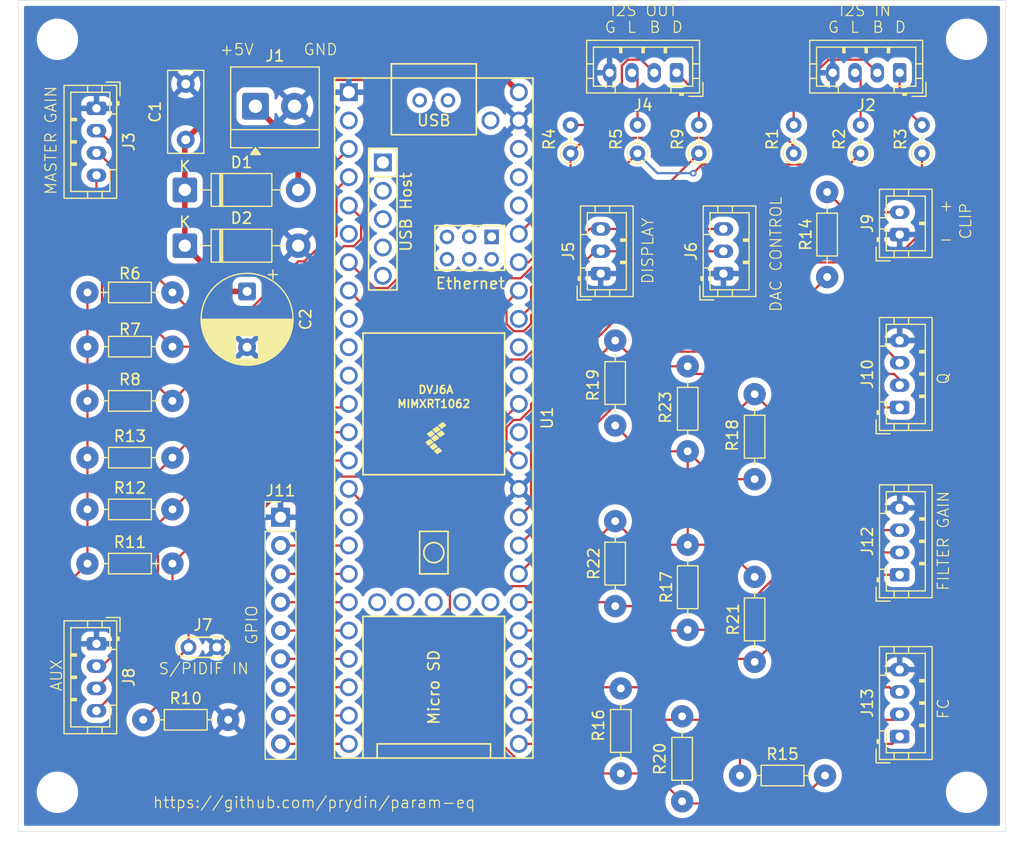
<source format=kicad_pcb>
(kicad_pcb (version 20241229) (generator "pcbnew") (generator_version "9.0")
  (layers (0 "F.Cu" signal) (2 "B.Cu" signal) (13 "F.Paste" user) (15 "B.Paste" user) (5 "F.SilkS" user "F.Silkscreen") (7 "B.SilkS" user "B.Silkscreen") (1 "F.Mask" user) (3 "B.Mask" user) (25 "Edge.Cuts" user))
  (net 0 "")
  (net 1 "/+5V")
  (net 2 "Net-(D1-K)")
  (net 3 "GND")
  (net 4 "+3.3V")
  (net 5 "/SP_B")
  (net 6 "/SP_A")
  (net 7 "/SPBTN")
  (net 8 "/Q_B")
  (net 9 "Net-(U1-13_SCK_LED)")
  (net 10 "/CLIP")
  (net 11 "/FC_B")
  (net 12 "/FC_A")
  (net 13 "/FCBTN")
  (net 14 "/FG")
  (net 15 "/FG_A")
  (net 16 "/FGBTN")
  (net 17 "/Q_A")
  (net 18 "/QBTN")
  (net 19 "/MGBTN")
  (net 20 "/MG_A")
  (net 21 "/MG_B")
  (net 22 "Net-(U1-20_A6_TX5_LRCLK1)")
  (net 23 "/LRCLK_O")
  (net 24 "/BCLK_O")
  (net 25 "/BCLK_I")
  (net 26 "Net-(U1-5_IN2)")
  (net 27 "/DATA_O")
  (net 28 "Net-(U1-6_OUT1D)")
  (net 29 "/DATA_I")
  (net 30 "/LRCLK_I")
  (net 31 "/GPIO4")
  (net 36 "/GPIO6")
  (net 37 "/GPIO8")
  (net 41 "/GPIO2")
  (net 50 "/GPIO1")
  (net 54 "/SDA")
  (net 57 "/SCL")
  (net 60 "/GPIO7")
  (net 64 "/GPIO3")
  (net 65 "/GPIO5")
  (net 71 "Net-(U1-21_A7_RX5_BCLK1)")
  (net 73 "Net-(J7-In)")
  (footprint "MountingHole:MountingHole_3.2mm_M3" (layer "F.Cu") (at 97.5 48.5)
    (property "Reference" "H1" (hide yes))
    (property "Value" "MountingHole")
  )
  (footprint "Resistor_THT:R_Axial_DIN0204_L3.6mm_D1.6mm_P2.54mm_Vertical" (layer "F.Cu") (at 169.5 58.72 90)
    (property "Reference" "R2")
    (property "Value" "100")
  )
  (footprint "TerminalBlock_4Ucon:TerminalBlock_4Ucon_1x02_P3.50mm_Horizontal" (layer "F.Cu") (at 115.25 54.5)
    (property "Reference" "J1")
    (property "Value" "POWER")
  )
  (footprint "Connector_JST:JST_PH_B4B-PH-K_1x04_P2.00mm_Vertical" (layer "F.Cu") (at 101 102.69 -90)
    (property "Reference" "J8")
    (property "Value" "SPARE")
  )
  (footprint "Custom:R_Axial_DIN0204_L3.6mm_D1.6mm_P7.62mm_Horizontal_HandSolder" (layer "F.Cu") (at 147.5 75.5 -90)
    (property "Reference" "R19")
    (property "Value" "4.7k")
  )
  (footprint "MountingHole:MountingHole_3.2mm_M3" (layer "F.Cu") (at 179 116)
    (property "Reference" "H3" (hide yes))
    (property "Value" "MountingHole")
  )
  (footprint "Connector_JST:JST_PH_B2B-PH-K_1x02_P2.00mm_Vertical" (layer "F.Cu") (at 173 66 90)
    (property "Reference" "J9")
    (property "Value" "CLIP_LED")
  )
  (footprint "MountingHole:MountingHole_3.2mm_M3" (layer "F.Cu") (at 97.5 116)
    (property "Reference" "H4" (hide yes))
    (property "Value" "MountingHole")
  )
  (footprint "Connector_JST:JST_PH_B4B-PH-K_1x04_P2.00mm_Vertical" (layer "F.Cu") (at 173 51.5 180)
    (property "Reference" "J2")
    (property "Value" "I2S_IN")
  )
  (footprint "Custom:R_Axial_DIN0204_L3.6mm_D1.6mm_P7.62mm_Horizontal_HandSolder" (layer "F.Cu") (at 154 101.43 90)
    (property "Reference" "R17")
    (property "Value" "4.7k")
  )
  (footprint "Custom:R_Axial_DIN0204_L3.6mm_D1.6mm_P7.62mm_Horizontal_HandSolder" (layer "F.Cu") (at 160 80.31 -90)
    (property "Reference" "R18")
    (property "Value" "4.7k")
  )
  (footprint "Diode_THT:D_DO-41_SOD81_P10.16mm_Horizontal" (layer "F.Cu") (at 108.92 67)
    (property "Reference" "D2")
    (property "Value" "1N5233")
  )
  (footprint "Capacitor_THT:CP_Radial_D8.0mm_P5.00mm" (layer "F.Cu") (at 114.5 71.097349 -90)
    (property "Reference" "C2")
    (property "Value" "100u")
  )
  (footprint "Custom:R_Axial_DIN0204_L3.6mm_D1.6mm_P7.62mm_Horizontal_HandSolder" (layer "F.Cu") (at 153.5 109.19 -90)
    (property "Reference" "R20")
    (property "Value" "4.7k")
  )
  (footprint "Connector_JST:JST_PH_B4B-PH-K_1x04_P2.00mm_Vertical" (layer "F.Cu") (at 173 111 90)
    (property "Reference" "J13")
    (property "Value" "FC")
  )
  (footprint "Custom:Teensy41" (layer "F.Cu") (at 131.24 82.45 -90)
    (property "Reference" "U1")
    (property "Value" "Teensy4.1")
  )
  (footprint "Custom:R_Axial_DIN0204_L3.6mm_D1.6mm_P7.62mm_Horizontal_HandSolder" (layer "F.Cu") (at 105.19 109.5)
    (property "Reference" "R10")
    (property "Value" "75")
  )
  (footprint "Custom:R_Axial_DIN0204_L3.6mm_D1.6mm_P7.62mm_Horizontal_HandSolder" (layer "F.Cu") (at 100.19 86)
    (property "Reference" "R13")
    (property "Value" "4.7k")
  )
  (footprint "Resistor_THT:R_Axial_DIN0204_L3.6mm_D1.6mm_P2.54mm_Vertical" (layer "F.Cu") (at 175 58.72 90)
    (property "Reference" "R3")
    (property "Value" "100")
  )
  (footprint "Custom:R_Axial_DIN0204_L3.6mm_D1.6mm_P7.62mm_Horizontal_HandSolder" (layer "F.Cu") (at 166.5 69.81 90)
    (property "Reference" "R14")
    (property "Value" "180")
  )
  (footprint "Connector_JST:JST_PH_B4B-PH-K_1x04_P2.00mm_Vertical" (layer "F.Cu") (at 173 81.5 90)
    (property "Reference" "J10")
    (property "Value" "Q")
  )
  (footprint "TestPoint:TestPoint_2Pads_Pitch2.54mm_Drill0.8mm" (layer "F.Cu") (at 109.25 103)
    (property "Reference" "J7")
    (property "Value" "S/PDIF")
  )
  (footprint "Custom:R_Axial_DIN0204_L3.6mm_D1.6mm_P7.62mm_Horizontal_HandSolder" (layer "F.Cu") (at 100.19 95.5)
    (property "Reference" "R11")
    (property "Value" "4.7k")
  )
  (footprint "Custom:R_Axial_DIN0204_L3.6mm_D1.6mm_P7.62mm_Horizontal_HandSolder" (layer "F.Cu") (at 158.69 114.5)
    (property "Reference" "R15")
    (property "Value" "4.7k")
  )
  (footprint "Connector_JST:JST_PH_B4B-PH-K_1x04_P2.00mm_Vertical" (layer "F.Cu") (at 101 54.69 -90)
    (property "Reference" "J3")
    (property "Value" "MGAIN")
  )
  (footprint "Custom:C_Rect_L7.2mm_W3.0mm_P5.00mm_FKS2_FKP2_MKS2_MKP2_HandSolder" (layer "F.Cu") (at 109 57.5 90)
    (property "Reference" "C1")
    (property "Value" "100n")
  )
  (footprint "Resistor_THT:R_Axial_DIN0204_L3.6mm_D1.6mm_P2.54mm_Vertical" (layer "F.Cu") (at 143.5 58.72 90)
    (property "Reference" "R4")
    (property "Value" "100")
  )
  (footprint "Custom:R_Axial_DIN0204_L3.6mm_D1.6mm_P7.62mm_Horizontal_HandSolder" (layer "F.Cu") (at 100.19 90.638)
    (property "Reference" "R12")
    (property "Value" "4.7k")
  )
  (footprint "MountingHole:MountingHole_3.2mm_M3" (layer "F.Cu") (at 179 48.5)
    (property "Reference" "H2" (hide yes))
    (property "Value" "MountingHole")
  )
  (footprint "Connector_JST:JST_PH_B3B-PH-K_1x03_P2.00mm_Vertical" (layer "F.Cu") (at 157.2 69.5 90)
    (property "Reference" "J6")
    (property "Value" "DAC_CONTROL")
  )
  (footprint "Custom:R_Axial_DIN0204_L3.6mm_D1.6mm_P7.62mm_Horizontal_HandSolder" (layer "F.Cu") (at 107.81 71.19 180)
    (property "Reference" "R6")
    (property "Value" "4.7k")
  )
  (footprint "Connector_JST:JST_PH_B4B-PH-K_1x04_P2.00mm_Vertical" (layer "F.Cu") (at 173 96.5 90)
    (property "Reference" "J12")
    (property "Value" "GAIN")
  )
  (footprint "Diode_THT:D_DO-41_SOD81_P10.16mm_Horizontal" (layer "F.Cu") (at 108.92 62)
    (property "Reference" "D1")
    (property "Value" "SB140")
  )
  (footprint "Custom:R_Axial_DIN0204_L3.6mm_D1.6mm_P7.62mm_Horizontal_HandSolder" (layer "F.Cu") (at 148 106.69 -90)
    (property "Reference" "R16")
    (property "Value" "4.7k")
  )
  (footprint "Custom:R_Axial_DIN0204_L3.6mm_D1.6mm_P7.62mm_Horizontal_HandSolder" (layer "F.Cu") (at 107.81 80.914 180)
    (property "Reference" "R8")
    (property "Value" "4.7k")
  )
  (footprint "Resistor_THT:R_Axial_DIN0204_L3.6mm_D1.6mm_P2.54mm_Vertical" (layer "F.Cu") (at 149.5 58.72 90)
    (property "Reference" "R5")
    (property "Value" "100")
  )
  (footprint "Connector_PinHeader_2.54mm:PinHeader_1x09_P2.54mm_Vertical" (layer "F.Cu") (at 117.5 91.34)
    (property "Reference" "J11")
    (property "Value" "GPIO")
  )
  (footprint "Connector_JST:JST_PH_B4B-PH-K_1x04_P2.00mm_Vertical" (layer "F.Cu") (at 153 51.5 180)
    (property "Reference" "J4")
    (property "Value" "I2S_IN")
  )
  (footprint "Custom:R_Axial_DIN0204_L3.6mm_D1.6mm_P7.62mm_Horizontal_HandSolder" (layer "F.Cu") (at 147.5 99.31 90)
    (property "Reference" "R22")
    (property "Value" "4.7k")
  )
  (footprint "Resistor_THT:R_Axial_DIN0204_L3.6mm_D1.6mm_P2.54mm_Vertical" (layer "F.Cu") (at 155 58.72 90)
    (property "Reference" "R9")
    (property "Value" "100")
  )
  (footprint "Resistor_THT:R_Axial_DIN0204_L3.6mm_D1.6mm_P2.54mm_Vertical" (layer "F.Cu") (at 163.5 58.72 90)
    (property "Reference" "R1")
    (property "Value" "100")
  )
  (footprint "Connector_JST:JST_PH_B3B-PH-K_1x03_P2.00mm_Vertical" (layer "F.Cu") (at 146.2 69.5 90)
    (property "Reference" "J5")
    (property "Value" "DISPLAY")
  )
  (footprint "Custom:R_Axial_DIN0204_L3.6mm_D1.6mm_P7.62mm_Horizontal_HandSolder" (layer "F.Cu") (at 154 77.81 -90)
    (property "Reference" "R23")
    (property "Value" "4.7k")
  )
  (footprint "Custom:R_Axial_DIN0204_L3.6mm_D1.6mm_P7.62mm_Horizontal_HandSolder" (layer "F.Cu") (at 107.81 76.052 180)
    (property "Reference" "R7")
    (property "Value" "4.7k")
  )
  (footprint "Custom:R_Axial_DIN0204_L3.6mm_D1.6mm_P7.62mm_Horizontal_HandSolder" (layer "F.Cu") (at 160 104.31 90)
    (property "Reference" "R21")
    (property "Value" "4.7k")
  )
  (gr_rect (start 94 45) (end 182.5 119.5) (stroke (width 0.05)) (fill no) (layer "Edge.Cuts"))
  (gr_text "CLIP" (at 179.5 66.5 90) (layer "F.SilkS") (effects (font (size 1 1) (thickness 0.1)) (justify left bottom)))
  (gr_text "MASTER GAIN" (at 97.5 62.5 90) (layer "F.SilkS") (effects (font (size 1 1) (thickness 0.1)) (justify left bottom)))
  (gr_text "L" (at 168.5 48 0) (layer "F.SilkS") (effects (font (size 1 1) (thickness 0.1)) (justify left bottom)))
  (gr_text "L" (at 148.5 48 0) (layer "F.SilkS") (effects (font (size 1 1) (thickness 0.1)) (justify left bottom)))
  (gr_text "GND" (at 119.5 50 0) (layer "F.SilkS") (effects (font (size 1 1) (thickness 0.1)) (justify left bottom)))
  (gr_text "B" (at 150.5 48 0) (layer "F.SilkS") (effects (font (size 1 1) (thickness 0.1)) (justify left bottom)))
  (gr_text "B" (at 170.5 48 0) (layer "F.SilkS") (effects (font (size 1 1) (thickness 0.1)) (justify left bottom)))
  (gr_text "-" (at 176.5 67 0) (layer "F.SilkS") (effects (font (size 1 1) (thickness 0.1)) (justify left bottom)))
  (gr_text "D" (at 172.5 48 0) (layer "F.SilkS") (effects (font (size 1 1) (thickness 0.1)) (justify left bottom)))
  (gr_text "https://github.com/prydin/param-eq" (at 106 117.5 0) (layer "F.SilkS") (effects (font (size 1 1) (thickness 0.1)) (justify left bottom)))
  (gr_text "I2S IN" (at 167.5 46.5 0) (layer "F.SilkS") (effects (font (size 1 1) (thickness 0.1)) (justify left bottom)))
  (gr_text "FILTER GAIN" (at 177.5 98 90) (layer "F.SilkS") (effects (font (size 1 1) (thickness 0.1)) (justify left bottom)))
  (gr_text "+" (at 176.5 64 0) (layer "F.SilkS") (effects (font (size 1 1) (thickness 0.1)) (justify left bottom)))
  (gr_text "S/PIDIF IN" (at 106.5 105.5 0) (layer "F.SilkS") (effects (font (size 1 1) (thickness 0.1)) (justify left bottom)))
  (gr_text "DAC CONTROL" (at 162.5 73 90) (layer "F.SilkS") (effects (font (size 1 1) (thickness 0.1)) (justify left bottom)))
  (gr_text "FC" (at 177.5 109.5 90) (layer "F.SilkS") (effects (font (size 1 1) (thickness 0.1)) (justify left bottom)))
  (gr_text "GPIO" (at 115.5 102.825 90) (layer "F.SilkS") (effects (font (size 1 1) (thickness 0.1)) (justify left bottom)))
  (gr_text "AUX" (at 98 107 90) (layer "F.SilkS") (effects (font (size 1 1) (thickness 0.1)) (justify left bottom)))
  (gr_text "DISPLAY" (at 151 70.5 90) (layer "F.SilkS") (effects (font (size 1 1) (thickness 0.1)) (justify left bottom)))
  (gr_text "G" (at 146.5 48 0) (layer "F.SilkS") (effects (font (size 1 1) (thickness 0.1)) (justify left bottom)))
  (gr_text "Q" (at 177.5 79.5 90) (layer "F.SilkS") (effects (font (size 1 1) (thickness 0.1)) (justify left bottom)))
  (gr_text "I2S OUT" (at 147 46.5 0) (layer "F.SilkS") (effects (font (size 1 1) (thickness 0.1)) (justify left bottom)))
  (gr_text "G" (at 166.5 48 0) (layer "F.SilkS") (effects (font (size 1 1) (thickness 0.1)) (justify left bottom)))
  (gr_text "+5V" (at 112 50 0) (layer "F.SilkS") (effects (font (size 1 1) (thickness 0.1)) (justify left bottom)))
  (gr_text "D" (at 152.5 48 0) (layer "F.SilkS") (effects (font (size 1 1) (thickness 0.1)) (justify left bottom)))
  (segment (start 119.08 58.33) (end 115.25 54.5) (width 0.5) (layer "F.Cu") (net 1))
  (segment (start 119.08 62) (end 119.08 58.33) (width 0.5) (layer "F.Cu") (net 1))
  (segment (start 114.511 51.989) (end 137.609 51.989) (width 0.5) (layer "F.Cu") (net 2))
  (segment (start 137.609 51.989) (end 138.86 53.24) (width 0.5) (layer "F.Cu") (net 2))
  (segment (start 108.92 57.58) (end 109 57.5) (width 0.5) (layer "F.Cu") (net 2))
  (segment (start 108.92 62) (end 108.92 57.58) (width 0.5) (layer "F.Cu") (net 2))
  (segment (start 109 57.5) (end 114.511 51.989) (width 0.5) (layer "F.Cu") (net 2))
  (segment (start 113.017349 71.097349) (end 108.92 67) (width 0.5) (layer "F.Cu") (net 2))
  (segment (start 108.92 67) (end 108.92 62) (width 0.5) (layer "F.Cu") (net 2))
  (segment (start 114.5 71.097349) (end 113.017349 71.097349) (width 0.5) (layer "F.Cu") (net 2))
  (segment (start 153.5 116.81) (end 153.69 117) (width 0.2) (layer "F.Cu") (net 4))
  (segment (start 132.679 107.03605) (end 139.95295 114.31) (width 0.2) (layer "F.Cu") (net 4))
  (segment (start 96.5 99.19) (end 96.5 109) (width 0.2) (layer "F.Cu") (net 4))
  (segment (start 157.12 93.81) (end 154 93.81) (width 0.2) (layer "F.Cu") (net 4))
  (segment (start 154 85.43) (end 156.5 87.93) (width 0.2) (layer "F.Cu") (net 4))
  (segment (start 163.81 117) (end 166.31 114.5) (width 0.2) (layer "F.Cu") (net 4))
  (segment (start 132.679 98) (end 132.679 107.03605) (width 0.2) (layer "F.Cu") (net 4))
  (segment (start 154 85.43) (end 154 93.81) (width 0.2) (layer "F.Cu") (net 4))
  (segment (start 148 114.31) (end 151 114.31) (width 0.2) (layer "F.Cu") (net 4))
  (segment (start 151 114.31) (end 153.5 116.81) (width 0.2) (layer "F.Cu") (net 4))
  (segment (start 132.679 97.859) (end 132.679 98) (width 0.2) (layer "F.Cu") (net 4))
  (segment (start 100.19 95.5) (end 96.5 99.19) (width 0.2) (layer "F.Cu") (net 4))
  (segment (start 139.95295 114.31) (end 148 114.31) (width 0.2) (layer "F.Cu") (net 4))
  (segment (start 149.81 85.43) (end 147.5 83.12) (width 0.2) (layer "F.Cu") (net 4))
  (segment (start 154 85.43) (end 149.81 85.43) (width 0.2) (layer "F.Cu") (net 4))
  (segment (start 133.158 97.521) (end 132.679 98) (width 0.2) (layer "F.Cu") (net 4))
  (segment (start 156.5 87.93) (end 160 87.93) (width 0.2) (layer "F.Cu") (net 4))
  (segment (start 101.81 114.31) (end 139.95295 114.31) (width 0.2) (layer "F.Cu") (net 4))
  (segment (start 141.669 97.521) (end 133.158 97.521) (width 0.2) (layer "F.Cu") (net 4))
  (segment (start 123.62 88.8) (end 132.679 97.859) (width 0.2) (layer "F.Cu") (net 4))
  (segment (start 160 96.69) (end 157.12 93.81) (width 0.2) (layer "F.Cu") (net 4))
  (segment (start 100.19 71.19) (end 100.19 95.5) (width 0.2) (layer "F.Cu") (net 4))
  (segment (start 153.69 117) (end 163.81 117) (width 0.2) (layer "F.Cu") (net 4))
  (segment (start 149.62 93.81) (end 154 93.81) (width 0.2) (layer "F.Cu") (net 4))
  (segment (start 147.5 91.69) (end 149.62 93.81) (width 0.2) (layer "F.Cu") (net 4))
  (segment (start 96.5 109) (end 101.81 114.31) (width 0.2) (layer "F.Cu") (net 4))
  (segment (start 147.5 91.69) (end 141.669 97.521) (width 0.2) (layer "F.Cu") (net 4))
  (segment (start 101 108.69) (end 107.81 101.88) (width 0.2) (layer "F.Cu") (net 5))
  (segment (start 117.05 86.26) (end 123.62 86.26) (width 0.2) (layer "F.Cu") (net 5))
  (segment (start 107.81 95.5) (end 117.05 86.26) (width 0.2) (layer "F.Cu") (net 5))
  (segment (start 107.81 101.88) (end 107.81 95.5) (width 0.2) (layer "F.Cu") (net 5))
  (segment (start 107.81 90.638) (end 114.728 83.72) (width 0.2) (layer "F.Cu") (net 6))
  (segment (start 114.728 83.72) (end 123.62 83.72) (width 0.2) (layer "F.Cu") (net 6))
  (segment (start 106.509 101.181) (end 106.509 91.939) (width 0.2) (layer "F.Cu") (net 6))
  (segment (start 106.509 91.939) (end 107.81 90.638) (width 0.2) (layer "F.Cu") (net 6))
  (segment (start 101 106.69) (end 106.509 101.181) (width 0.2) (layer "F.Cu") (net 6))
  (segment (start 123.3 81.5) (end 123.62 81.18) (width 0.2) (layer "F.Cu") (net 7))
  (segment (start 106.108 100.082) (end 106.108 87.702) (width 0.2) (layer "F.Cu") (net 7))
  (segment (start 101 105.19) (end 106.108 100.082) (width 0.2) (layer "F.Cu") (net 7))
  (segment (start 112.31 81.5) (end 123.3 81.5) (width 0.2) (layer "F.Cu") (net 7))
  (segment (start 106.108 87.702) (end 107.81 86) (width 0.2) (layer "F.Cu") (net 7))
  (segment (start 107.81 86) (end 112.31 81.5) (width 0.2) (layer "F.Cu") (net 7))
  (segment (start 140.763 88.017108) (end 140.763 94.517) (width 0.2) (layer "F.Cu") (net 8))
  (segment (start 140.763 94.517) (end 138.86 96.42) (width 0.2) (layer "F.Cu") (net 8))
  (segment (start 161.19 81.5) (end 173 81.5) (width 0.2) (layer "F.Cu") (net 8))
  (segment (start 158.81 81.5) (end 147.280108 81.5) (width 0.2) (layer "F.Cu") (net 8))
  (segment (start 147.280108 81.5) (end 140.763 88.017108) (width 0.2) (layer "F.Cu") (net 8))
  (segment (start 160 80.31) (end 161.19 81.5) (width 0.2) (layer "F.Cu") (net 8))
  (segment (start 160 80.31) (end 158.81 81.5) (width 0.2) (layer "F.Cu") (net 8))
  (segment (start 138.40395 82.619) (end 138.97805 82.619) (width 0.2) (layer "F.Cu") (net 9))
  (segment (start 138.86 86.26) (end 137.759 85.159) (width 0.2) (layer "F.Cu") (net 9))
  (segment (start 137.759 83.26395) (end 138.40395 82.619) (width 0.2) (layer "F.Cu") (net 9))
  (segment (start 148.660108 72.5) (end 163.81 72.5) (width 0.2) (layer "F.Cu") (net 9))
  (segment (start 139.961 81.199108) (end 148.660108 72.5) (width 0.2) (layer "F.Cu") (net 9))
  (segment (start 137.759 85.159) (end 137.759 83.26395) (width 0.2) (layer "F.Cu") (net 9))
  (segment (start 163.81 72.5) (end 166.5 69.81) (width 0.2) (layer "F.Cu") (net 9))
  (segment (start 138.97805 82.619) (end 139.961 81.63605) (width 0.2) (layer "F.Cu") (net 9))
  (segment (start 139.961 81.63605) (end 139.961 81.199108) (width 0.2) (layer "F.Cu") (net 9))
  (segment (start 172.5 64) (end 168.31 64) (width 0.2) (layer "F.Cu") (net 10))
  (segment (start 168.31 64) (end 166.5 62.19) (width 0.2) (layer "F.Cu") (net 10))
  (segment (start 158.69 111.97) (end 159 111.66) (width 0.2) (layer "F.Cu") (net 11))
  (segment (start 138.86 111.66) (end 159 111.66) (width 0.2) (layer "F.Cu") (net 11))
  (segment (start 159 111.66) (end 172.34 111.66) (width 0.2) (layer "F.Cu") (net 11))
  (segment (start 172.34 111.66) (end 173 111) (width 0.2) (layer "F.Cu") (net 11))
  (segment (start 158.69 114.5) (end 158.69 111.97) (width 0.2) (layer "F.Cu") (net 11))
  (segment (start 172.5 109.5) (end 173 109) (width 0.2) (layer "F.Cu") (net 12))
  (segment (start 139.24 109.5) (end 172.5 109.5) (width 0.2) (layer "F.Cu") (net 12))
  (segment (start 138.86 109.12) (end 139.24 109.5) (width 0.2) (layer "F.Cu") (net 12))
  (segment (start 172.08 106.58) (end 173 107.5) (width 0.2) (layer "F.Cu") (net 13))
  (segment (start 138.86 106.58) (end 172.08 106.58) (width 0.2) (layer "F.Cu") (net 13))
  (segment (start 138.86 104.04) (end 159.73 104.04) (width 0.2) (layer "F.Cu") (net 14))
  (segment (start 160 104.31) (end 167.81 96.5) (width 0.2) (layer "F.Cu") (net 14))
  (segment (start 159.73 104.04) (end 160 104.31) (width 0.2) (layer "F.Cu") (net 14))
  (segment (start 167.81 96.5) (end 173 96.5) (width 0.2) (layer "F.Cu") (net 14))
  (segment (start 138.86 101.5) (end 153.93 101.5) (width 0.2) (layer "F.Cu") (net 15))
  (segment (start 167 94.5) (end 172.5 94.5) (width 0.2) (layer "F.Cu") (net 15))
  (segment (start 154 101.43) (end 160.07 101.43) (width 0.2) (layer "F.Cu") (net 15))
  (segment (start 160.07 101.43) (end 167 94.5) (width 0.2) (layer "F.Cu") (net 15))
  (segment (start 172.5 94.5) (end 173 94) (width 0.2) (layer "F.Cu") (net 15))
  (segment (start 153.93 101.5) (end 154 101.43) (width 0.2) (layer "F.Cu") (net 15))
  (segment (start 166.029892 92.5) (end 173 92.5) (width 0.2) (layer "F.Cu") (net 16))
  (segment (start 147.5 99.31) (end 159.219892 99.31) (width 0.2) (layer "F.Cu") (net 16))
  (segment (start 159.219892 99.31) (end 166.029892 92.5) (width 0.2) (layer "F.Cu") (net 16))
  (segment (start 138.86 98.96) (end 147.15 98.96) (width 0.2) (layer "F.Cu") (net 16))
  (segment (start 147.15 98.96) (end 147.5 99.31) (width 0.2) (layer "F.Cu") (net 16))
  (segment (start 140.362 87.138) (end 140.362 92.378) (width 0.2) (layer "F.Cu") (net 17))
  (segment (start 149.69 77.81) (end 140.362 87.138) (width 0.2) (layer "F.Cu") (net 17))
  (segment (start 140.362 92.378) (end 138.86 93.88) (width 0.2) (layer "F.Cu") (net 17))
  (segment (start 172.5 78.5) (end 173 79) (width 0.2) (layer "F.Cu") (net 17))
  (segment (start 154.69 78.5) (end 172.5 78.5) (width 0.2) (layer "F.Cu") (net 17))
  (segment (start 154 77.81) (end 149.69 77.81) (width 0.2) (layer "F.Cu") (net 17))
  (segment (start 154 77.81) (end 154.69 78.5) (width 0.2) (layer "F.Cu") (net 17))
  (segment (start 147.5 75.5) (end 148.5 76.5) (width 0.2) (layer "F.Cu") (net 18))
  (segment (start 172 76.5) (end 173 77.5) (width 0.2) (layer "F.Cu") (net 18))
  (segment (start 148.5 76.5) (end 172 76.5) (width 0.2) (layer "F.Cu") (net 18))
  (segment (start 147.5 75.5) (end 139.961 83.039) (width 0.2) (layer "F.Cu") (net 18))
  (segment (start 139.961 83.039) (end 139.961 90.239) (width 0.2) (layer "F.Cu") (net 18))
  (segment (start 139.961 90.239) (end 138.86 91.34) (width 0.2) (layer "F.Cu") (net 18))
  (segment (start 107.81 71.19) (end 103 66.38) (width 0.2) (layer "F.Cu") (net 19))
  (segment (start 119.094214 68.4) (end 119.659899 68.4) (width 0.2) (layer "F.Cu") (net 19))
  (segment (start 122.119 65.940899) (end 122.119 59.821) (width 0.2) (layer "F.Cu") (net 19))
  (segment (start 101.69 57.19) (end 101 57.19) (width 0.2) (layer "F.Cu") (net 19))
  (segment (start 122.119 59.821) (end 123.62 58.32) (width 0.2) (layer "F.Cu") (net 19))
  (segment (start 110.117107 73.497107) (end 113.997107 73.497107) (width 0.2) (layer "F.Cu") (net 19))
  (segment (start 119.659899 68.4) (end 122.119 65.940899) (width 0.2) (layer "F.Cu") (net 19))
  (segment (start 107.81 71.19) (end 110.117107 73.497107) (width 0.2) (layer "F.Cu") (net 19))
  (segment (start 103 66.38) (end 103 58.5) (width 0.2) (layer "F.Cu") (net 19))
  (segment (start 113.997107 73.497107) (end 119.094214 68.4) (width 0.2) (layer "F.Cu") (net 19))
  (segment (start 103 58.5) (end 101.69 57.19) (width 0.2) (layer "F.Cu") (net 19))
  (segment (start 122.519 66.106584) (end 122.519 61.961) (width 0.2) (layer "F.Cu") (net 20))
  (segment (start 119.264686 68.801) (end 119.824584 68.801) (width 0.2) (layer "F.Cu") (net 20))
  (segment (start 122.519 61.961) (end 123.62 60.86) (width 0.2) (layer "F.Cu") (net 20))
  (segment (start 112.013686 76.052) (end 119.264686 68.801) (width 0.2) (layer "F.Cu") (net 20))
  (segment (start 107.81 76.052) (end 102.276 70.518) (width 0.2) (layer "F.Cu") (net 20))
  (segment (start 107.81 76.052) (end 112.013686 76.052) (width 0.2) (layer "F.Cu") (net 20))
  (segment (start 102.276 70.518) (end 102.276 59.776) (width 0.2) (layer "F.Cu") (net 20))
  (segment (start 101.19 58.69) (end 101 58.69) (width 0.2) (layer "F.Cu") (net 20))
  (segment (start 119.824584 68.801) (end 122.519 66.106584) (width 0.2) (layer "F.Cu") (net 20))
  (segment (start 102.276 59.776) (end 101.19 58.69) (width 0.2) (layer "F.Cu") (net 20))
  (segment (start 121.00395 69.201) (end 123.16395 67.041) (width 0.2) (layer "F.Cu") (net 21))
  (segment (start 101.491 62.681) (end 101 62.19) (width 0.2) (layer "F.Cu") (net 21))
  (segment (start 119.523 69.201) (end 121.00395 69.201) (width 0.2) (layer "F.Cu") (net 21))
  (segment (start 101 62.19) (end 101 60.69) (width 0.2) (layer "F.Cu") (net 21))
  (segment (start 107.81 80.914) (end 119.523 69.201) (width 0.2) (layer "F.Cu") (net 21))
  (segment (start 123.16395 67.041) (end 124.07605 67.041) (width 0.2) (layer "F.Cu") (net 21))
  (segment (start 107.81 80.914) (end 101.491 74.595) (width 0.2) (layer "F.Cu") (net 21))
  (segment (start 124.721 64.501) (end 123.62 63.4) (width 0.2) (layer "F.Cu") (net 21))
  (segment (start 124.07605 67.041) (end 124.721 66.39605) (width 0.2) (layer "F.Cu") (net 21))
  (segment (start 101.491 74.595) (end 101.491 62.681) (width 0.2) (layer "F.Cu") (net 21))
  (segment (start 124.721 66.39605) (end 124.721 64.501) (width 0.2) (layer "F.Cu") (net 21))
  (segment (start 169.5 58.72) (end 168.499 59.721) (width 0.2) (layer "F.Cu") (net 22))
  (segment (start 168.499 59.721) (end 155.279 59.721) (width 0.2) (layer "F.Cu") (net 22))
  (segment (start 139.74 68.48) (end 138.86 68.48) (width 0.2) (layer "F.Cu") (net 22))
  (segment (start 149.5 58.72) (end 139.74 68.48) (width 0.2) (layer "F.Cu") (net 22))
  (segment (start 155.279 59.721) (end 154.5 60.5) (width 0.2) (layer "F.Cu") (net 22))
  (via (at 154.5 60.5) (size 0.6) (drill 0.3) (layers "F.Cu" "B.Cu") (net 22))
  (segment (start 151.28 60.5) (end 149.5 58.72) (width 0.2) (layer "B.Cu") (net 22))
  (segment (start 154.5 60.5) (end 151.28 60.5) (width 0.2) (layer "B.Cu") (net 22))
  (segment (start 149.5 52) (end 149 51.5) (width 0.2) (layer "F.Cu") (net 23))
  (segment (start 149.5 56.18) (end 149.5 52) (width 0.2) (layer "F.Cu") (net 23))
  (segment (start 149.824 50.324) (end 151 51.5) (width 0.2) (layer "F.Cu") (net 24))
  (segment (start 148.099 50.851794) (end 148.626794 50.324) (width 0.2) (layer "F.Cu") (net 24))
  (segment (start 146.32 56.18) (end 148.099 54.401) (width 0.2) (layer "F.Cu") (net 24))
  (segment (start 148.099 54.401) (end 148.099 50.851794) (width 0.2) (layer "F.Cu") (net 24))
  (segment (start 148.626794 50.324) (end 149.824 50.324) (width 0.2) (layer "F.Cu") (net 24))
  (segment (start 143.5 56.18) (end 146.32 56.18) (width 0.2) (layer "F.Cu") (net 24))
  (segment (start 169.824 50.324) (end 171 51.5) (width 0.2) (layer "F.Cu") (net 25))
  (segment (start 163.5 56.18) (end 163.5 53.450794) (width 0.2) (layer "F.Cu") (net 25))
  (segment (start 163.5 53.450794) (end 166.626794 50.324) (width 0.2) (layer "F.Cu") (net 25))
  (segment (start 166.626794 50.324) (end 169.824 50.324) (width 0.2) (layer "F.Cu") (net 25))
  (segment (start 145.59824 63.349) (end 139.02824 69.919) (width 0.2) (layer "F.Cu") (net 26))
  (segment (start 127.12685 70.8002) (end 125.9402 70.8002) (width 0.2) (layer "F.Cu") (net 26))
  (segment (start 150.371 63.349) (end 145.59824 63.349) (width 0.2) (layer "F.Cu") (net 26))
  (segment (start 125.9402 70.8002) (end 123.62 68.48) (width 0.2) (layer "F.Cu") (net 26))
  (segment (start 128.00805 69.919) (end 127.12685 70.8002) (width 0.2) (layer "F.Cu") (net 26))
  (segment (start 139.02824 69.919) (end 128.00805 69.919) (width 0.2) (layer "F.Cu") (net 26))
  (segment (start 155 58.72) (end 150.371 63.349) (width 0.2) (layer "F.Cu") (net 26))
  (segment (start 155 53.5) (end 153 51.5) (width 0.2) (layer "F.Cu") (net 27))
  (segment (start 155 56.18) (end 155 53.5) (width 0.2) (layer "F.Cu") (net 27))
  (segment (start 123.62 71.02) (end 129.801 77.201) (width 0.2) (layer "F.Cu") (net 28))
  (segment (start 129.801 77.201) (end 139.31605 77.201) (width 0.2) (layer "F.Cu") (net 28))
  (segment (start 144.41805 72.099) (end 156.71216 72.099) (width 0.2) (layer "F.Cu") (net 28))
  (segment (start 160.31116 68.5) (end 172.26116 68.5) (width 0.2) (layer "F.Cu") (net 28))
  (segment (start 175 65.76116) (end 175 58.72) (width 0.2) (layer "F.Cu") (net 28))
  (segment (start 139.31605 77.201) (end 144.41805 72.099) (width 0.2) (layer "F.Cu") (net 28))
  (segment (start 156.71216 72.099) (end 160.31116 68.5) (width 0.2) (layer "F.Cu") (net 28))
  (segment (start 172.26116 68.5) (end 175 65.76116) (width 0.2) (layer "F.Cu") (net 28))
  (segment (start 173 54.18) (end 175 56.18) (width 0.2) (layer "F.Cu") (net 29))
  (segment (start 173 51.5) (end 173 54.18) (width 0.2) (layer "F.Cu") (net 29))
  (segment (start 169.5 56.18) (end 169.5 52) (width 0.2) (layer "F.Cu") (net 30))
  (segment (start 169.5 52) (end 169 51.5) (width 0.2) (layer "F.Cu") (net 30))
  (segment (start 123.62 101.5) (end 117.5 101.5) (width 0.2) (layer "F.Cu") (net 31))
  (segment (start 123.62 106.58) (end 117.5 106.58) (width 0.2) (layer "F.Cu") (net 36))
  (segment (start 123.62 111.66) (end 117.5 111.66) (width 0.2) (layer "F.Cu") (net 37))
  (segment (start 123.62 96.42) (end 117.5 96.42) (width 0.2) (layer "F.Cu") (net 41))
  (segment (start 117.5 93.88) (end 123.62 93.88) (width 0.2) (layer "F.Cu") (net 50))
  (segment (start 139.961 72.459) (end 139.961 70.739) (width 0.2) (layer "F.Cu") (net 54))
  (segment (start 138.86 73.56) (end 139.961 72.459) (width 0.2) (layer "F.Cu") (net 54))
  (segment (start 139.961 70.739) (end 145.2 65.5) (width 0.2) (layer "F.Cu") (net 54))
  (segment (start 145.2 65.5) (end 157.2 65.5) (width 0.2) (layer "F.Cu") (net 54))
  (segment (start 139.961 73.239) (end 145.7 67.5) (width 0.2) (layer "F.Cu") (net 57))
  (segment (start 138.86 71.02) (end 137.759 72.121) (width 0.2) (layer "F.Cu") (net 57))
  (segment (start 137.759 72.121) (end 137.759 74.01605) (width 0.2) (layer "F.Cu") (net 57))
  (segment (start 139.31605 74.661) (end 139.961 74.01605) (width 0.2) (layer "F.Cu") (net 57))
  (segment (start 138.40395 74.661) (end 139.31605 74.661) (width 0.2) (layer "F.Cu") (net 57))
  (segment (start 137.759 74.01605) (end 138.40395 74.661) (width 0.2) (layer "F.Cu") (net 57))
  (segment (start 156.7 67.5) (end 157.2 67) (width 0.2) (layer "F.Cu") (net 57))
  (segment (start 139.961 74.01605) (end 139.961 73.239) (width 0.2) (layer "F.Cu") (net 57))
  (segment (start 145.7 67.5) (end 156.7 67.5) (width 0.2) (layer "F.Cu") (net 57))
  (segment (start 117.5 109.12) (end 123.62 109.12) (width 0.2) (layer "F.Cu") (net 60))
  (segment (start 117.5 98.96) (end 123.62 98.96) (width 0.2) (layer "F.Cu") (net 64))
  (segment (start 117.5 104.04) (end 123.62 104.04) (width 0.2) (layer "F.Cu") (net 65))
  (segment (start 144.88 57.34) (end 143.5 58.72) (width 0.2) (layer "F.Cu") (net 71))
  (segment (start 163.5 58.04) (end 162.8 57.34) (width 0.2) (layer "F.Cu") (net 71))
  (segment (start 162.8 57.34) (end 144.88 57.34) (width 0.2) (layer "F.Cu") (net 71))
  (segment (start 143.5 58.72) (end 143.5 61.3) (width 0.2) (layer "F.Cu") (net 71))
  (segment (start 143.5 61.3) (end 138.86 65.94) (width 0.2) (layer "F.Cu") (net 71))
  (segment (start 108.19 106.5) (end 108.19 104.06) (width 0.2) (layer "F.Cu") (net 73))
  (segment (start 118.839 87.699) (end 132.341 87.699) (width 0.2) (layer "F.Cu") (net 73))
  (segment (start 108.19 104.06) (end 109.25 103) (width 0.2) (layer "F.Cu") (net 73))
  (segment (start 109.25 97.288) (end 118.839 87.699) (width 0.2) (layer "F.Cu") (net 73))
  (segment (start 105.19 109.5) (end 108.19 106.5) (width 0.2) (layer "F.Cu") (net 73))
  (segment (start 109.25 103) (end 109.25 97.288) (width 0.2) (layer "F.Cu") (net 73))
  (segment (start 132.341 87.699) (end 138.86 81.18) (width 0.2) (layer "F.Cu") (net 73))
  (zone (net 3) (net_name "GND") (layer "B.Cu") (connect_pads (clearance 0.5)) (min_thickness 0.25) (fill yes (thermal_gap 0.5) (thermal_bridge_width 0.5))
    (polygon (pts (xy 94 45) (xy 182.5 45) (xy 182.5 119.5) (xy 94 119.5)))
  )
)
</source>
